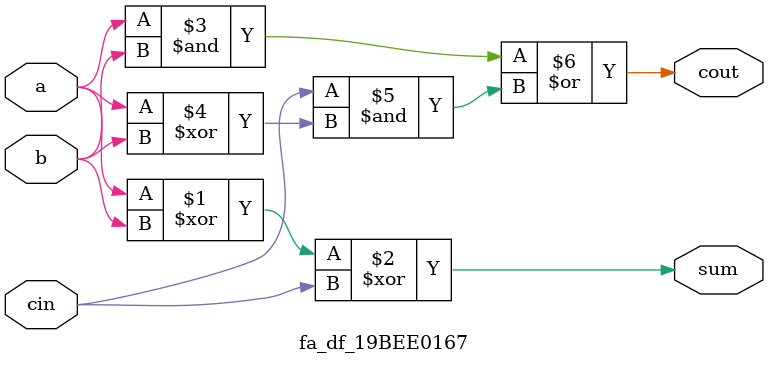
<source format=v>


module fa_df_19BEE0167(input a,b,cin,
			output sum,cout);
assign sum = a^b^cin;
assign cout = (a&b)|(cin&(a^b));
endmodule
</source>
